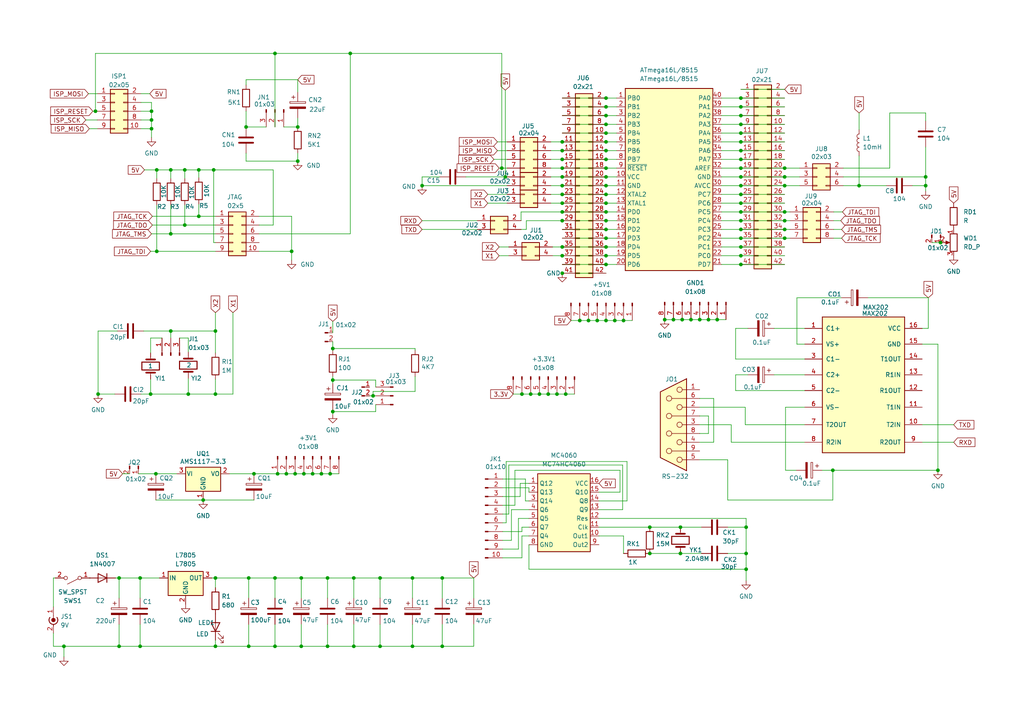
<source format=kicad_sch>
(kicad_sch (version 20211123) (generator eeschema)
  (paper "A4")
  (junction (at 180.848 92.964))
  (junction (at 227.584 61.468))
  (junction (at 175.768 36.068))
  (junction (at 214.884 48.768))
  (junction (at 83.058 137.414))
  (junction (at 214.884 43.688))
  (junction (at 49.53 67.818))
  (junction (at 175.768 64.008))
  (junction (at 94.996 167.64))
  (junction (at 43.942 34.798))
  (junction (at 175.768 58.928))
  (junction (at 227.584 66.548))
  (junction (at 214.884 38.608))
  (junction (at 214.884 76.708))
  (junction (at 79.756 15.494))
  (junction (at 84.582 72.898))
  (junction (at 175.768 48.768))
  (junction (at 45.466 49.276))
  (junction (at 88.138 137.414))
  (junction (at 163.068 41.148))
  (junction (at 34.544 187.452))
  (junction (at 197.866 92.71))
  (junction (at 175.768 53.848))
  (junction (at 45.466 72.898))
  (junction (at 214.884 30.988))
  (junction (at 163.068 48.768))
  (junction (at 175.768 46.228))
  (junction (at 175.768 76.708))
  (junction (at 96.52 101.092))
  (junction (at 163.068 51.308))
  (junction (at 34.544 167.64))
  (junction (at 163.068 56.388))
  (junction (at 163.068 43.688))
  (junction (at 163.068 64.008))
  (junction (at 151.384 114.3))
  (junction (at 87.376 167.64))
  (junction (at 164.084 114.3))
  (junction (at 57.658 62.738))
  (junction (at 195.326 92.71))
  (junction (at 40.64 167.64))
  (junction (at 175.768 71.628))
  (junction (at 71.374 36.83))
  (junction (at 122.428 53.848))
  (junction (at 53.594 49.276))
  (junction (at 188.468 160.528))
  (junction (at 175.768 69.088))
  (junction (at 61.976 49.276))
  (junction (at 102.616 167.64))
  (junction (at 62.484 96.012))
  (junction (at 214.884 56.388))
  (junction (at 214.884 51.308))
  (junction (at 96.52 110.236))
  (junction (at 268.478 51.308))
  (junction (at 175.768 33.528))
  (junction (at 153.924 114.3))
  (junction (at 156.464 114.3))
  (junction (at 163.068 58.928))
  (junction (at 62.484 114.3))
  (junction (at 85.598 137.414))
  (junction (at 272.034 136.398))
  (junction (at 268.478 53.848))
  (junction (at 58.928 145.034))
  (junction (at 175.768 28.448))
  (junction (at 175.768 38.608))
  (junction (at 214.884 69.088))
  (junction (at 216.408 165.1))
  (junction (at 79.756 167.64))
  (junction (at 40.64 187.452))
  (junction (at 18.542 187.452))
  (junction (at 175.768 41.148))
  (junction (at 175.768 43.688))
  (junction (at 62.484 187.452))
  (junction (at 45.212 137.414))
  (junction (at 49.53 96.012))
  (junction (at 227.584 53.848))
  (junction (at 249.174 53.848))
  (junction (at 175.768 30.988))
  (junction (at 175.768 56.388))
  (junction (at 53.594 65.278))
  (junction (at 272.796 70.358))
  (junction (at 27.686 32.258))
  (junction (at 214.884 71.628))
  (junction (at 159.004 114.3))
  (junction (at 62.484 167.64))
  (junction (at 197.358 152.908))
  (junction (at 175.768 74.168))
  (junction (at 175.768 61.468))
  (junction (at 79.756 187.452))
  (junction (at 101.6 15.494))
  (junction (at 43.942 32.258))
  (junction (at 216.408 152.908))
  (junction (at 227.584 51.308))
  (junction (at 214.884 33.528))
  (junction (at 49.53 49.276))
  (junction (at 86.36 36.83))
  (junction (at 227.584 64.008))
  (junction (at 205.486 92.71))
  (junction (at 110.236 167.64))
  (junction (at 119.634 167.64))
  (junction (at 80.518 137.414))
  (junction (at 227.584 69.088))
  (junction (at 94.996 187.452))
  (junction (at 128.27 187.452))
  (junction (at 214.884 61.468))
  (junction (at 214.884 66.548))
  (junction (at 87.376 187.452))
  (junction (at 241.554 136.398))
  (junction (at 72.136 187.452))
  (junction (at 163.068 46.228))
  (junction (at 214.884 46.228))
  (junction (at 163.068 79.248))
  (junction (at 128.27 167.64))
  (junction (at 197.358 160.528))
  (junction (at 214.884 36.068))
  (junction (at 178.308 92.964))
  (junction (at 72.136 167.64))
  (junction (at 214.884 64.008))
  (junction (at 163.068 53.848))
  (junction (at 93.218 137.414))
  (junction (at 170.688 92.964))
  (junction (at 188.468 152.908))
  (junction (at 146.558 51.308))
  (junction (at 90.678 137.414))
  (junction (at 57.658 49.276))
  (junction (at 216.408 160.528))
  (junction (at 110.236 187.452))
  (junction (at 102.616 187.452))
  (junction (at 175.768 51.308))
  (junction (at 86.36 46.736))
  (junction (at 73.66 137.414))
  (junction (at 175.768 66.548))
  (junction (at 163.068 71.628))
  (junction (at 161.544 114.3))
  (junction (at 214.884 53.848))
  (junction (at 168.148 92.964))
  (junction (at 214.884 58.928))
  (junction (at 163.068 74.168))
  (junction (at 175.768 92.964))
  (junction (at 43.688 114.3))
  (junction (at 119.634 187.452))
  (junction (at 200.406 92.71))
  (junction (at 208.026 92.71))
  (junction (at 214.884 41.148))
  (junction (at 214.884 28.448))
  (junction (at 214.884 74.168))
  (junction (at 43.942 37.338))
  (junction (at 202.946 92.71))
  (junction (at 163.068 61.468))
  (junction (at 95.758 137.414))
  (junction (at 192.786 92.71))
  (junction (at 108.204 114.808))
  (junction (at 54.61 114.3))
  (junction (at 28.448 114.3))
  (junction (at 96.52 119.38))
  (junction (at 173.228 92.964))
  (junction (at 145.542 48.768))
  (junction (at 227.584 48.768))
  (wire (pts (xy 214.884 64.008) (xy 227.584 64.008)))
  (wire (pts (xy 159.766 58.928) (xy 163.068 58.928)))
  (wire (pts (xy 267.462 123.19) (xy 276.606 123.19)))
  (wire (pts (xy 84.582 72.898) (xy 84.582 75.438)))
  (wire (pts (xy 202.946 128.27) (xy 207.01 128.27)))
  (wire (pts (xy 96.52 93.218) (xy 96.52 96.52)))
  (wire (pts (xy 173.228 92.964) (xy 175.768 92.964)))
  (wire (pts (xy 88.138 137.414) (xy 85.598 137.414)))
  (wire (pts (xy 209.296 64.008) (xy 214.884 64.008)))
  (wire (pts (xy 94.996 187.452) (xy 102.616 187.452)))
  (wire (pts (xy 108.966 119.38) (xy 96.52 119.38)))
  (wire (pts (xy 145.542 48.768) (xy 145.542 15.494)))
  (wire (pts (xy 90.678 137.414) (xy 88.138 137.414)))
  (wire (pts (xy 268.478 53.848) (xy 268.478 55.372)))
  (wire (pts (xy 160.274 74.168) (xy 163.068 74.168)))
  (wire (pts (xy 160.274 71.628) (xy 163.068 71.628)))
  (wire (pts (xy 209.296 69.088) (xy 214.884 69.088)))
  (wire (pts (xy 214.884 28.448) (xy 227.584 28.448)))
  (wire (pts (xy 213.36 95.25) (xy 216.916 95.25)))
  (wire (pts (xy 214.884 38.608) (xy 227.584 38.608)))
  (wire (pts (xy 202.946 118.11) (xy 216.154 118.11)))
  (wire (pts (xy 53.594 49.276) (xy 57.658 49.276)))
  (wire (pts (xy 45.212 145.034) (xy 58.928 145.034)))
  (wire (pts (xy 213.36 108.712) (xy 213.36 113.284)))
  (wire (pts (xy 43.688 98.044) (xy 46.99 98.044)))
  (wire (pts (xy 28.448 114.3) (xy 33.274 114.3)))
  (wire (pts (xy 214.884 56.388) (xy 227.584 56.388)))
  (wire (pts (xy 156.464 114.3) (xy 159.004 114.3)))
  (wire (pts (xy 209.296 43.688) (xy 214.884 43.688)))
  (wire (pts (xy 163.068 76.708) (xy 175.768 76.708)))
  (wire (pts (xy 147.574 149.098) (xy 147.574 134.874)))
  (wire (pts (xy 43.688 98.044) (xy 43.688 102.362)))
  (wire (pts (xy 214.884 46.228) (xy 227.584 46.228)))
  (wire (pts (xy 175.768 53.848) (xy 178.816 53.848)))
  (wire (pts (xy 40.894 32.258) (xy 43.942 32.258)))
  (wire (pts (xy 151.384 152.908) (xy 151.384 154.178)))
  (wire (pts (xy 163.068 61.468) (xy 175.768 61.468)))
  (wire (pts (xy 163.068 64.008) (xy 175.768 64.008)))
  (wire (pts (xy 163.068 28.448) (xy 175.768 28.448)))
  (wire (pts (xy 227.584 48.768) (xy 231.902 48.768)))
  (wire (pts (xy 227.584 53.848) (xy 231.902 53.848)))
  (wire (pts (xy 214.884 58.928) (xy 227.584 58.928)))
  (wire (pts (xy 62.484 114.3) (xy 62.484 109.982)))
  (wire (pts (xy 87.376 187.452) (xy 94.996 187.452)))
  (wire (pts (xy 79.756 15.494) (xy 101.6 15.494)))
  (wire (pts (xy 195.326 92.71) (xy 197.866 92.71)))
  (wire (pts (xy 216.408 160.528) (xy 216.408 165.1)))
  (wire (pts (xy 209.296 74.168) (xy 214.884 74.168)))
  (wire (pts (xy 175.768 92.964) (xy 178.308 92.964)))
  (wire (pts (xy 96.52 111.252) (xy 96.52 110.236)))
  (wire (pts (xy 179.832 142.748) (xy 173.736 142.748)))
  (wire (pts (xy 192.786 92.71) (xy 195.326 92.71)))
  (wire (pts (xy 34.544 167.64) (xy 34.544 173.482)))
  (wire (pts (xy 214.884 69.088) (xy 227.584 69.088)))
  (wire (pts (xy 43.942 32.258) (xy 43.942 34.798)))
  (wire (pts (xy 209.296 61.468) (xy 214.884 61.468)))
  (wire (pts (xy 175.768 33.528) (xy 178.816 33.528)))
  (wire (pts (xy 272.034 136.398) (xy 241.554 136.398)))
  (wire (pts (xy 72.136 187.452) (xy 79.756 187.452)))
  (wire (pts (xy 67.564 90.678) (xy 67.564 114.3)))
  (wire (pts (xy 33.528 167.64) (xy 34.544 167.64)))
  (wire (pts (xy 122.428 53.848) (xy 147.066 53.848)))
  (wire (pts (xy 75.184 67.818) (xy 101.6 67.818)))
  (wire (pts (xy 163.068 69.088) (xy 175.768 69.088)))
  (wire (pts (xy 41.91 49.276) (xy 45.466 49.276)))
  (wire (pts (xy 178.308 92.964) (xy 180.848 92.964)))
  (wire (pts (xy 49.53 49.276) (xy 45.466 49.276)))
  (wire (pts (xy 79.756 167.64) (xy 79.756 173.482)))
  (wire (pts (xy 122.428 51.308) (xy 122.428 53.848)))
  (wire (pts (xy 231.14 86.36) (xy 244.094 86.36)))
  (wire (pts (xy 41.656 96.012) (xy 49.53 96.012)))
  (wire (pts (xy 163.068 71.628) (xy 175.768 71.628)))
  (wire (pts (xy 108.204 114.808) (xy 108.966 114.808)))
  (wire (pts (xy 96.52 101.092) (xy 96.52 101.6)))
  (wire (pts (xy 34.544 167.64) (xy 40.64 167.64)))
  (wire (pts (xy 18.542 187.452) (xy 34.544 187.452)))
  (wire (pts (xy 110.236 181.102) (xy 110.236 187.452)))
  (wire (pts (xy 214.884 43.688) (xy 227.584 43.688)))
  (wire (pts (xy 159.766 48.768) (xy 163.068 48.768)))
  (wire (pts (xy 145.796 141.478) (xy 153.416 141.478)))
  (wire (pts (xy 209.296 56.388) (xy 214.884 56.388)))
  (wire (pts (xy 267.462 128.27) (xy 276.606 128.27)))
  (wire (pts (xy 128.27 187.452) (xy 137.414 187.452)))
  (wire (pts (xy 163.068 41.148) (xy 175.768 41.148)))
  (wire (pts (xy 214.884 48.768) (xy 227.584 48.768)))
  (wire (pts (xy 72.136 181.102) (xy 72.136 187.452)))
  (wire (pts (xy 96.52 101.092) (xy 120.396 101.092)))
  (wire (pts (xy 147.574 71.628) (xy 144.78 71.628)))
  (wire (pts (xy 216.154 118.11) (xy 216.154 123.19)))
  (wire (pts (xy 75.184 72.898) (xy 84.582 72.898)))
  (wire (pts (xy 152.654 66.548) (xy 151.13 66.548)))
  (wire (pts (xy 62.484 167.64) (xy 72.136 167.64)))
  (wire (pts (xy 108.966 117.348) (xy 108.966 119.38)))
  (wire (pts (xy 145.542 48.768) (xy 147.066 48.768)))
  (wire (pts (xy 175.768 71.628) (xy 178.816 71.628)))
  (wire (pts (xy 214.884 25.908) (xy 227.584 25.908)))
  (wire (pts (xy 43.942 37.338) (xy 43.942 39.878)))
  (wire (pts (xy 153.416 165.1) (xy 216.408 165.1)))
  (wire (pts (xy 45.466 59.436) (xy 45.466 72.898)))
  (wire (pts (xy 233.426 104.14) (xy 213.36 104.14)))
  (wire (pts (xy 272.034 99.822) (xy 272.034 136.398)))
  (wire (pts (xy 164.084 114.3) (xy 166.624 114.3)))
  (wire (pts (xy 148.844 114.3) (xy 151.384 114.3)))
  (wire (pts (xy 128.27 167.64) (xy 128.27 173.482)))
  (wire (pts (xy 79.756 15.494) (xy 79.756 36.83)))
  (wire (pts (xy 94.996 167.64) (xy 102.616 167.64)))
  (wire (pts (xy 211.074 152.908) (xy 216.408 152.908)))
  (wire (pts (xy 87.376 167.64) (xy 87.376 173.482)))
  (wire (pts (xy 268.478 42.672) (xy 268.478 51.308)))
  (wire (pts (xy 163.068 79.248) (xy 175.768 79.248)))
  (wire (pts (xy 209.296 41.148) (xy 214.884 41.148)))
  (wire (pts (xy 197.866 92.71) (xy 200.406 92.71)))
  (wire (pts (xy 71.374 46.736) (xy 86.36 46.736)))
  (wire (pts (xy 264.668 53.848) (xy 268.478 53.848)))
  (wire (pts (xy 209.296 38.608) (xy 214.884 38.608)))
  (wire (pts (xy 62.484 187.452) (xy 62.484 185.674)))
  (wire (pts (xy 152.654 64.008) (xy 163.068 64.008)))
  (wire (pts (xy 249.174 53.848) (xy 257.048 53.848)))
  (wire (pts (xy 209.296 71.628) (xy 214.884 71.628)))
  (wire (pts (xy 146.812 151.638) (xy 146.812 133.858)))
  (wire (pts (xy 175.768 56.388) (xy 178.816 56.388)))
  (wire (pts (xy 141.478 58.928) (xy 147.066 58.928)))
  (wire (pts (xy 101.6 67.818) (xy 101.6 15.494)))
  (wire (pts (xy 86.36 23.114) (xy 86.36 26.67)))
  (wire (pts (xy 163.068 43.688) (xy 175.768 43.688)))
  (wire (pts (xy 35.56 137.414) (xy 37.592 137.414)))
  (wire (pts (xy 144.272 41.148) (xy 147.066 41.148)))
  (wire (pts (xy 175.768 64.008) (xy 178.816 64.008)))
  (wire (pts (xy 66.548 137.414) (xy 73.66 137.414)))
  (wire (pts (xy 197.358 160.528) (xy 203.454 160.528)))
  (wire (pts (xy 145.796 146.558) (xy 149.352 146.558)))
  (wire (pts (xy 94.996 167.64) (xy 94.996 173.482)))
  (wire (pts (xy 163.068 36.068) (xy 175.768 36.068)))
  (wire (pts (xy 108.966 110.236) (xy 96.52 110.236)))
  (wire (pts (xy 147.574 134.874) (xy 180.594 134.874)))
  (wire (pts (xy 40.132 137.414) (xy 45.212 137.414)))
  (wire (pts (xy 79.756 187.452) (xy 87.376 187.452)))
  (wire (pts (xy 34.544 181.102) (xy 34.544 187.452)))
  (wire (pts (xy 122.428 66.548) (xy 138.43 66.548)))
  (wire (pts (xy 40.894 29.718) (xy 43.942 29.718)))
  (wire (pts (xy 149.352 136.398) (xy 179.832 136.398)))
  (wire (pts (xy 145.796 156.718) (xy 148.336 156.718)))
  (wire (pts (xy 258.064 48.768) (xy 258.064 32.766)))
  (wire (pts (xy 119.634 167.64) (xy 119.634 173.482)))
  (wire (pts (xy 45.466 72.898) (xy 62.484 72.898)))
  (wire (pts (xy 25.654 27.178) (xy 28.194 27.178)))
  (wire (pts (xy 175.768 36.068) (xy 178.816 36.068)))
  (wire (pts (xy 241.554 145.034) (xy 211.074 145.034)))
  (wire (pts (xy 216.408 150.368) (xy 216.408 152.908)))
  (wire (pts (xy 205.486 92.71) (xy 208.026 92.71)))
  (wire (pts (xy 173.736 147.828) (xy 180.594 147.828)))
  (wire (pts (xy 71.374 44.45) (xy 71.374 46.736)))
  (wire (pts (xy 57.658 49.276) (xy 61.976 49.276)))
  (wire (pts (xy 71.374 23.114) (xy 86.36 23.114)))
  (wire (pts (xy 175.768 41.148) (xy 178.816 41.148)))
  (wire (pts (xy 153.416 157.988) (xy 153.416 165.1)))
  (wire (pts (xy 209.296 28.448) (xy 214.884 28.448)))
  (wire (pts (xy 151.384 155.448) (xy 151.384 161.798)))
  (wire (pts (xy 40.894 114.3) (xy 43.688 114.3)))
  (wire (pts (xy 45.466 51.816) (xy 45.466 49.276)))
  (wire (pts (xy 163.068 33.528) (xy 175.768 33.528)))
  (wire (pts (xy 197.358 152.908) (xy 203.454 152.908)))
  (wire (pts (xy 110.236 167.64) (xy 110.236 173.482)))
  (wire (pts (xy 188.468 160.528) (xy 197.358 160.528)))
  (wire (pts (xy 213.36 104.14) (xy 213.36 95.25)))
  (wire (pts (xy 40.894 34.798) (xy 43.942 34.798)))
  (wire (pts (xy 216.154 123.19) (xy 233.426 123.19)))
  (wire (pts (xy 173.736 145.288) (xy 181.864 145.288)))
  (wire (pts (xy 108.204 113.538) (xy 108.204 114.808)))
  (wire (pts (xy 267.462 99.822) (xy 272.034 99.822)))
  (wire (pts (xy 145.796 149.098) (xy 147.574 149.098)))
  (wire (pts (xy 119.634 167.64) (xy 128.27 167.64)))
  (wire (pts (xy 267.462 95.25) (xy 269.24 95.25)))
  (wire (pts (xy 79.756 181.102) (xy 79.756 187.452)))
  (wire (pts (xy 211.074 145.034) (xy 211.074 133.35)))
  (wire (pts (xy 120.396 113.538) (xy 108.204 113.538)))
  (wire (pts (xy 214.884 53.848) (xy 227.584 53.848)))
  (wire (pts (xy 227.838 136.398) (xy 230.886 136.398)))
  (wire (pts (xy 27.686 32.258) (xy 28.194 32.258)))
  (wire (pts (xy 85.598 137.414) (xy 83.058 137.414)))
  (wire (pts (xy 175.768 43.688) (xy 178.816 43.688)))
  (wire (pts (xy 135.128 51.308) (xy 146.558 51.308)))
  (wire (pts (xy 153.416 147.828) (xy 148.336 147.828)))
  (wire (pts (xy 175.768 58.928) (xy 178.816 58.928)))
  (wire (pts (xy 96.52 110.236) (xy 96.52 109.22)))
  (wire (pts (xy 165.608 92.964) (xy 168.148 92.964)))
  (wire (pts (xy 227.584 61.468) (xy 229.108 61.468)))
  (wire (pts (xy 208.026 92.71) (xy 210.566 92.71)))
  (wire (pts (xy 175.768 38.608) (xy 178.816 38.608)))
  (wire (pts (xy 181.864 133.858) (xy 181.864 145.288)))
  (wire (pts (xy 40.64 181.102) (xy 40.64 187.452)))
  (wire (pts (xy 163.068 30.988) (xy 175.768 30.988)))
  (wire (pts (xy 175.768 69.088) (xy 178.816 69.088)))
  (wire (pts (xy 209.296 36.068) (xy 214.884 36.068)))
  (wire (pts (xy 153.416 152.908) (xy 151.384 152.908)))
  (wire (pts (xy 120.396 101.092) (xy 120.396 101.6)))
  (wire (pts (xy 18.542 190.5) (xy 18.542 187.452)))
  (wire (pts (xy 87.376 181.102) (xy 87.376 187.452)))
  (wire (pts (xy 209.296 53.848) (xy 214.884 53.848)))
  (wire (pts (xy 62.484 114.3) (xy 54.61 114.3)))
  (wire (pts (xy 44.196 65.278) (xy 53.594 65.278)))
  (wire (pts (xy 227.838 118.11) (xy 227.838 136.398)))
  (wire (pts (xy 175.768 48.768) (xy 178.816 48.768)))
  (wire (pts (xy 72.136 167.64) (xy 72.136 173.482)))
  (wire (pts (xy 40.64 187.452) (xy 62.484 187.452)))
  (wire (pts (xy 26.162 167.64) (xy 25.908 167.64)))
  (wire (pts (xy 79.756 167.64) (xy 87.376 167.64)))
  (wire (pts (xy 71.374 36.83) (xy 77.216 36.83)))
  (wire (pts (xy 227.584 51.308) (xy 231.902 51.308)))
  (wire (pts (xy 15.494 187.452) (xy 18.542 187.452)))
  (wire (pts (xy 26.924 32.258) (xy 27.686 32.258)))
  (wire (pts (xy 57.658 51.562) (xy 57.658 49.276)))
  (wire (pts (xy 209.296 48.768) (xy 214.884 48.768)))
  (wire (pts (xy 180.848 92.964) (xy 183.388 92.964)))
  (wire (pts (xy 43.942 34.798) (xy 43.942 37.338)))
  (wire (pts (xy 212.09 123.19) (xy 202.946 123.19)))
  (wire (pts (xy 153.416 155.448) (xy 151.384 155.448)))
  (wire (pts (xy 102.616 187.452) (xy 110.236 187.452)))
  (wire (pts (xy 212.09 128.27) (xy 212.09 123.19)))
  (wire (pts (xy 53.594 59.436) (xy 53.594 65.278)))
  (wire (pts (xy 96.52 118.872) (xy 96.52 119.38)))
  (wire (pts (xy 180.848 155.448) (xy 180.848 160.528)))
  (wire (pts (xy 202.946 120.65) (xy 205.486 120.65)))
  (wire (pts (xy 62.484 96.012) (xy 62.484 102.362)))
  (wire (pts (xy 119.634 187.452) (xy 128.27 187.452)))
  (wire (pts (xy 43.942 29.718) (xy 43.942 32.258)))
  (wire (pts (xy 241.808 66.548) (xy 244.094 66.548)))
  (wire (pts (xy 108.966 112.268) (xy 108.966 110.236)))
  (wire (pts (xy 200.406 92.71) (xy 202.946 92.71)))
  (wire (pts (xy 163.068 58.928) (xy 175.768 58.928)))
  (wire (pts (xy 159.004 114.3) (xy 161.544 114.3)))
  (wire (pts (xy 151.384 154.178) (xy 145.796 154.178)))
  (wire (pts (xy 233.426 118.11) (xy 227.838 118.11)))
  (wire (pts (xy 62.484 187.452) (xy 72.136 187.452)))
  (wire (pts (xy 168.148 92.964) (xy 170.688 92.964)))
  (wire (pts (xy 95.758 137.414) (xy 93.218 137.414)))
  (wire (pts (xy 268.478 32.766) (xy 268.478 35.052)))
  (wire (pts (xy 146.812 133.858) (xy 181.864 133.858)))
  (wire (pts (xy 40.894 27.178) (xy 43.434 27.178)))
  (wire (pts (xy 270.256 70.358) (xy 272.796 70.358)))
  (wire (pts (xy 61.976 70.358) (xy 61.976 49.276)))
  (wire (pts (xy 179.832 136.398) (xy 179.832 142.748)))
  (wire (pts (xy 153.416 150.368) (xy 150.368 150.368)))
  (wire (pts (xy 52.07 98.044) (xy 54.61 98.044)))
  (wire (pts (xy 25.908 37.338) (xy 28.194 37.338)))
  (wire (pts (xy 43.688 114.3) (xy 54.61 114.3)))
  (wire (pts (xy 249.174 45.212) (xy 249.174 53.848)))
  (wire (pts (xy 173.736 155.448) (xy 180.848 155.448)))
  (wire (pts (xy 163.068 38.608) (xy 175.768 38.608)))
  (wire (pts (xy 83.058 137.414) (xy 80.518 137.414)))
  (wire (pts (xy 202.946 125.73) (xy 205.486 125.73)))
  (wire (pts (xy 49.53 59.436) (xy 49.53 67.818)))
  (wire (pts (xy 258.064 32.766) (xy 268.478 32.766)))
  (wire (pts (xy 205.486 120.65) (xy 205.486 125.73)))
  (wire (pts (xy 67.564 114.3) (xy 62.484 114.3)))
  (wire (pts (xy 209.296 76.708) (xy 214.884 76.708)))
  (wire (pts (xy 159.766 53.848) (xy 163.068 53.848)))
  (wire (pts (xy 153.416 145.288) (xy 152.4 145.288)))
  (wire (pts (xy 15.494 183.642) (xy 15.494 187.452)))
  (wire (pts (xy 144.272 43.688) (xy 147.066 43.688)))
  (wire (pts (xy 244.602 51.308) (xy 268.478 51.308)))
  (wire (pts (xy 128.27 167.64) (xy 137.414 167.64)))
  (wire (pts (xy 227.584 69.088) (xy 229.108 69.088)))
  (wire (pts (xy 175.768 74.168) (xy 178.816 74.168)))
  (wire (pts (xy 244.602 53.848) (xy 249.174 53.848)))
  (wire (pts (xy 153.416 141.478) (xy 153.416 142.748)))
  (wire (pts (xy 151.384 114.3) (xy 153.924 114.3)))
  (wire (pts (xy 209.296 51.308) (xy 214.884 51.308)))
  (wire (pts (xy 149.352 146.558) (xy 149.352 136.398)))
  (wire (pts (xy 163.068 46.228) (xy 175.768 46.228)))
  (wire (pts (xy 27.686 15.494) (xy 79.756 15.494)))
  (wire (pts (xy 44.196 62.738) (xy 57.658 62.738)))
  (wire (pts (xy 233.426 128.27) (xy 212.09 128.27)))
  (wire (pts (xy 209.296 33.528) (xy 214.884 33.528)))
  (wire (pts (xy 40.894 37.338) (xy 43.942 37.338)))
  (wire (pts (xy 180.594 134.874) (xy 180.594 147.828)))
  (wire (pts (xy 62.484 167.64) (xy 62.484 170.434)))
  (wire (pts (xy 54.61 98.044) (xy 54.61 102.108)))
  (wire (pts (xy 175.768 51.308) (xy 178.816 51.308)))
  (wire (pts (xy 82.296 36.83) (xy 86.36 36.83)))
  (wire (pts (xy 43.688 109.982) (xy 43.688 114.3)))
  (wire (pts (xy 43.688 72.898) (xy 45.466 72.898)))
  (wire (pts (xy 150.368 150.368) (xy 150.368 159.258)))
  (wire (pts (xy 49.53 96.012) (xy 62.484 96.012)))
  (wire (pts (xy 86.36 46.736) (xy 86.36 44.45)))
  (wire (pts (xy 45.212 137.414) (xy 51.308 137.414)))
  (wire (pts (xy 216.408 165.1) (xy 216.408 168.402)))
  (wire (pts (xy 151.384 161.798) (xy 145.796 161.798)))
  (wire (pts (xy 216.916 108.712) (xy 213.36 108.712)))
  (wire (pts (xy 94.996 181.102) (xy 94.996 187.452)))
  (wire (pts (xy 57.658 62.738) (xy 62.484 62.738)))
  (wire (pts (xy 143.256 46.228) (xy 147.066 46.228)))
  (wire (pts (xy 249.174 32.766) (xy 249.174 37.592)))
  (wire (pts (xy 159.766 56.388) (xy 163.068 56.388)))
  (wire (pts (xy 175.768 30.988) (xy 178.816 30.988)))
  (wire (pts (xy 209.296 46.228) (xy 214.884 46.228)))
  (wire (pts (xy 87.376 167.64) (xy 94.996 167.64)))
  (wire (pts (xy 175.768 66.548) (xy 178.816 66.548)))
  (wire (pts (xy 96.52 99.06) (xy 96.52 101.092)))
  (wire (pts (xy 227.584 64.008) (xy 229.108 64.008)))
  (wire (pts (xy 75.184 65.278) (xy 79.248 65.278)))
  (wire (pts (xy 151.13 61.468) (xy 163.068 61.468)))
  (wire (pts (xy 224.536 108.712) (xy 233.426 108.712)))
  (wire (pts (xy 224.536 95.25) (xy 233.426 95.25)))
  (wire (pts (xy 84.582 62.738) (xy 84.582 72.898)))
  (wire (pts (xy 163.068 51.308) (xy 175.768 51.308)))
  (wire (pts (xy 216.408 152.908) (xy 216.408 160.528)))
  (wire (pts (xy 163.068 66.548) (xy 175.768 66.548)))
  (wire (pts (xy 251.714 86.36) (xy 269.24 86.36)))
  (wire (pts (xy 62.484 70.358) (xy 61.976 70.358)))
  (wire (pts (xy 241.808 61.468) (xy 244.348 61.468)))
  (wire (pts (xy 173.736 150.368) (xy 216.408 150.368)))
  (wire (pts (xy 175.768 46.228) (xy 178.816 46.228)))
  (wire (pts (xy 119.634 181.102) (xy 119.634 187.452)))
  (wire (pts (xy 72.136 167.64) (xy 79.756 167.64)))
  (wire (pts (xy 71.374 32.258) (xy 71.374 36.83)))
  (wire (pts (xy 75.184 62.738) (xy 84.582 62.738)))
  (wire (pts (xy 34.544 187.452) (xy 40.64 187.452)))
  (wire (pts (xy 145.796 151.638) (xy 146.812 151.638)))
  (wire (pts (xy 73.66 137.414) (xy 80.518 137.414)))
  (wire (pts (xy 147.574 74.168) (xy 144.78 74.168)))
  (wire (pts (xy 213.36 113.284) (xy 233.426 113.284)))
  (wire (pts (xy 175.768 61.468) (xy 178.816 61.468)))
  (wire (pts (xy 214.884 66.548) (xy 227.584 66.548)))
  (wire (pts (xy 101.6 15.494) (xy 145.542 15.494)))
  (wire (pts (xy 49.53 67.818) (xy 62.484 67.818)))
  (wire (pts (xy 214.884 33.528) (xy 227.584 33.528)))
  (wire (pts (xy 244.602 48.768) (xy 258.064 48.768)))
  (wire (pts (xy 49.53 51.816) (xy 49.53 49.276)))
  (wire (pts (xy 137.414 181.102) (xy 137.414 187.452)))
  (wire (pts (xy 214.884 36.068) (xy 227.584 36.068)))
  (wire (pts (xy 202.946 115.57) (xy 207.01 115.57)))
  (wire (pts (xy 54.61 109.728) (xy 54.61 114.3)))
  (wire (pts (xy 148.336 147.828) (xy 148.336 156.718)))
  (wire (pts (xy 24.892 34.798) (xy 28.194 34.798)))
  (wire (pts (xy 110.236 167.64) (xy 119.634 167.64)))
  (wire (pts (xy 214.884 61.468) (xy 227.584 61.468)))
  (wire (pts (xy 28.448 96.012) (xy 28.448 114.3)))
  (wire (pts (xy 102.616 167.64) (xy 110.236 167.64)))
  (wire (pts (xy 141.478 56.388) (xy 147.066 56.388)))
  (wire (pts (xy 102.616 181.102) (xy 102.616 187.452)))
  (wire (pts (xy 15.494 176.022) (xy 15.494 167.64)))
  (wire (pts (xy 43.942 67.818) (xy 49.53 67.818)))
  (wire (pts (xy 227.584 66.548) (xy 229.108 66.548)))
  (wire (pts (xy 209.296 30.988) (xy 214.884 30.988)))
  (wire (pts (xy 53.594 65.278) (xy 62.484 65.278)))
  (wire (pts (xy 153.924 114.3) (xy 156.464 114.3)))
  (wire (pts (xy 137.414 167.64) (xy 137.414 173.482)))
  (wire (pts (xy 175.768 28.448) (xy 178.816 28.448)))
  (wire (pts (xy 122.428 64.008) (xy 138.43 64.008)))
  (wire (pts (xy 34.036 96.012) (xy 28.448 96.012)))
  (wire (pts (xy 122.428 51.308) (xy 127.508 51.308)))
  (wire (pts (xy 207.01 115.57) (xy 207.01 128.27)))
  (wire (pts (xy 152.4 145.288) (xy 152.4 138.938)))
  (wire (pts (xy 96.52 119.38) (xy 96.52 120.142)))
  (wire (pts (xy 202.946 133.35) (xy 211.074 133.35)))
  (wire (pts (xy 79.248 65.278) (xy 79.248 49.276)))
  (wire (pts (xy 40.64 167.64) (xy 46.228 167.64)))
  (wire (pts (xy 268.478 51.308) (xy 268.478 53.848)))
  (wire (pts (xy 71.374 24.638) (xy 71.374 23.114)))
  (wire (pts (xy 214.884 76.708) (xy 227.584 76.708)))
  (wire (pts (xy 231.14 99.822) (xy 231.14 86.36)))
  (wire (pts (xy 209.296 58.928) (xy 214.884 58.928)))
  (wire (pts (xy 150.368 159.258) (xy 145.796 159.258)))
  (wire (pts (xy 211.074 160.528) (xy 216.408 160.528)))
  (wire (pts (xy 15.494 167.64) (xy 16.002 167.64)))
  (wire (pts (xy 163.068 48.768) (xy 175.768 48.768)))
  (wire (pts (xy 57.658 59.182) (xy 57.658 62.738)))
  (wire (pts (xy 62.484 90.678) (xy 62.484 96.012)))
  (wire (pts (xy 102.616 167.64) (xy 102.616 173.482)))
  (wire (pts (xy 159.766 41.148) (xy 163.068 41.148)))
  (wire (pts (xy 163.068 53.848) (xy 175.768 53.848)))
  (wire (pts (xy 151.13 61.468) (xy 151.13 64.008)))
  (wire (pts (xy 269.24 86.36) (xy 269.24 95.25)))
  (wire (pts (xy 241.808 69.088) (xy 244.094 69.088)))
  (wire (pts (xy 150.876 144.018) (xy 145.796 144.018)))
  (wire (pts (xy 110.236 187.452) (xy 119.634 187.452)))
  (wire (pts (xy 150.876 140.208) (xy 150.876 144.018)))
  (wire (pts (xy 214.884 71.628) (xy 227.584 71.628)))
  (wire (pts (xy 170.688 92.964) (xy 173.228 92.964)))
  (wire (pts (xy 214.884 74.168) (xy 227.584 74.168)))
  (wire (pts (xy 93.218 137.414) (xy 90.678 137.414)))
  (wire (pts (xy 153.416 140.208) (xy 150.876 140.208)))
  (wire (pts (xy 188.468 152.908) (xy 197.358 152.908)))
  (wire (pts (xy 86.36 34.29) (xy 86.36 36.83)))
  (wire (pts (xy 79.248 49.276) (xy 61.976 49.276)))
  (wire (pts (xy 145.796 138.938) (xy 152.4 138.938)))
  (wire (pts (xy 163.068 56.388) (xy 175.768 56.388)))
  (wire (pts (xy 53.594 51.816) (xy 53.594 49.276)))
  (wire (pts (xy 128.27 181.102) (xy 128.27 187.452)))
  (wire (pts (xy 161.544 114.3) (xy 164.084 114.3)))
  (wire (pts (xy 214.884 41.148) (xy 227.584 41.148)))
  (wire (pts (xy 144.78 48.768) (xy 145.542 48.768)))
  (wire (pts (xy 175.768 76.708) (xy 178.816 76.708)))
  (wire (pts (xy 209.296 66.548) (xy 214.884 66.548)))
  (wire (pts (xy 146.558 51.308) (xy 147.066 51.308)))
  (wire (pts (xy 98.298 137.414) (xy 95.758 137.414)))
  (wire (pts (xy 214.884 30.988) (xy 227.584 30.988)))
  (wire (pts (xy 27.686 15.494) (xy 27.686 32.258)))
  (wire (pts (xy 146.558 51.308) (xy 146.558 26.162)))
  (wire (pts (xy 241.554 136.398) (xy 238.506 136.398)))
  (wire (pts (xy 152.654 64.008) (xy 152.654 66.548)))
  (wire (pts (xy 159.766 46.228) (xy 163.068 46.228)))
  (wire (pts (xy 214.884 51.308) (xy 227.584 51.308)))
  (wire (pts (xy 163.068 74.168) (xy 175.768 74.168)))
  (wire (pts (xy 107.188 114.808) (xy 108.204 114.808)))
  (wire (pts (xy 173.736 152.908) (xy 188.468 152.908)))
  (wire (pts (xy 233.426 99.822) (xy 231.14 99.822)))
  (wire (pts (xy 49.53 96.012) (xy 49.53 98.044)))
  (wire (pts (xy 40.64 167.64) (xy 40.64 173.482)))
  (wire (pts (xy 58.928 145.034) (xy 73.66 145.034)))
  (wire (pts (xy 202.946 92.71) (xy 205.486 92.71)))
  (wire (pts (xy 241.554 136.398) (xy 241.554 145.034)))
  (wire (pts (xy 159.766 43.688) (xy 163.068 43.688)))
  (wire (pts (xy 53.594 49.276) (xy 49.53 49.276)))
  (wire (pts (xy 241.808 64.008) (xy 243.84 64.008)))
  (wire (pts (xy 61.468 167.64) (xy 62.484 167.64)))
  (wire (pts (xy 120.396 109.22) (xy 120.396 113.538)))
  (wire (pts (xy 159.766 51.308) (xy 163.068 51.308)))
  (global_label "5V" (shape input) (at 269.24 86.36 90) (property "Intersheet References" "${INTERSHEET_REFS}" (effects hide)))
  (global_label "RXD" (shape input) (at 276.606 128.27 0) (property "Intersheet References" "${INTERSHEET_REFS}" (effects hide)))
  (global_label "X2" (shape input) (at 62.484 90.678 90) (property "Intersheet References" "${INTERSHEET_REFS}" (effects hide)))
  (global_label "ISP_RESET" (shape input) (at 26.924 32.258 180) (property "Intersheet References" "${INTERSHEET_REFS}" (effects hide)))
  (global_label "X1" (shape input) (at 67.564 90.678 90) (property "Intersheet References" "${INTERSHEET_REFS}" (effects hide)))
  (global_label "ISP_MOSI" (shape input) (at 25.654 27.178 180) (property "Intersheet References" "${INTERSHEET_REFS}" (effects hide)))
  (global_label "ISP_MISO" (shape input) (at 25.908 37.338 180) (property "Intersheet References" "${INTERSHEET_REFS}" (effects hide)))
  (global_label "JTAG_TDI" (shape input) (at 244.348 61.468 0) (property "Intersheet References" "${INTERSHEET_REFS}" (effects hide)))
  (global_label "5V" (shape input) (at 86.36 23.114 0) (property "Intersheet References" "${INTERSHEET_REFS}" (effects hide)))
  (global_label "5V" (shape input) (at 137.414 167.64 90) (property "Intersheet References" "${INTERSHEET_REFS}" (effects hide)))
  (global_label "JTAG_TMS" (shape input) (at 244.094 66.548 0) (property "Intersheet References" "${INTERSHEET_REFS}" (effects hide)))
  (global_label "JTAG_TDO" (shape input) (at 44.196 65.278 180) (property "Intersheet References" "${INTERSHEET_REFS}" (effects hide)))
  (global_label "5V" (shape input) (at 146.558 26.162 90) (property "Intersheet References" "${INTERSHEET_REFS}" (effects hide)))
  (global_label "JTAG_TMS" (shape input) (at 43.942 67.818 180) (property "Intersheet References" "${INTERSHEET_REFS}" (effects hide)))
  (global_label "X1" (shape input) (at 144.78 74.168 180) (property "Intersheet References" "${INTERSHEET_REFS}" (effects hide)))
  (global_label "X2" (shape input) (at 141.478 56.388 180) (property "Intersheet References" "${INTERSHEET_REFS}" (effects hide)))
  (global_label "5V" (shape input) (at 43.434 27.178 0) (property "Intersheet References" "${INTERSHEET_REFS}" (effects hide)))
  (global_label "ISP_MOSI" (shape input) (at 144.272 41.148 180) (property "Intersheet References" "${INTERSHEET_REFS}" (effects hide)))
  (global_label "5V" (shape input) (at 249.174 32.766 90) (property "Intersheet References" "${INTERSHEET_REFS}" (effects hide)))
  (global_label "TXD" (shape input) (at 276.606 123.19 0) (property "Intersheet References" "${INTERSHEET_REFS}" (effects hide)))
  (global_label "ISP_SCK" (shape input) (at 24.892 34.798 180) (property "Intersheet References" "${INTERSHEET_REFS}" (effects hide)))
  (global_label "JTAG_TCK" (shape input) (at 244.094 69.088 0) (property "Intersheet References" "${INTERSHEET_REFS}" (effects hide)))
  (global_label "5V" (shape input) (at 41.91 49.276 180) (property "Intersheet References" "${INTERSHEET_REFS}" (effects hide)))
  (global_label "JTAG_TDO" (shape input) (at 243.84 64.008 0) (property "Intersheet References" "${INTERSHEET_REFS}" (effects hide)))
  (global_label "JTAG_TCK" (shape input) (at 44.196 62.738 180) (property "Intersheet References" "${INTERSHEET_REFS}" (effects hide)))
  (global_label "X2" (shape input) (at 144.78 71.628 180) (property "Intersheet References" "${INTERSHEET_REFS}" (effects hide)))
  (global_label "5V" (shape input) (at 35.56 137.414 180) (property "Intersheet References" "${INTERSHEET_REFS}" (effects hide)))
  (global_label "3.3V" (shape input) (at 148.844 114.3 180) (property "Intersheet References" "${INTERSHEET_REFS}" (effects hide)))
  (global_label "ISP_SCK" (shape input) (at 143.256 46.228 180) (property "Intersheet References" "${INTERSHEET_REFS}" (effects hide)))
  (global_label "5V" (shape input) (at 165.608 92.964 180) (property "Intersheet References" "${INTERSHEET_REFS}" (effects hide)))
  (global_label "TXD" (shape input) (at 122.428 66.548 180) (property "Intersheet References" "${INTERSHEET_REFS}" (effects hide)))
  (global_label "ISP_MISO" (shape input) (at 144.272 43.688 180) (property "Intersheet References" "${INTERSHEET_REFS}" (effects hide)))
  (global_label "X1" (shape input) (at 141.478 58.928 180) (property "Intersheet References" "${INTERSHEET_REFS}" (effects hide)))
  (global_label "RXD" (shape input) (at 122.428 64.008 180) (property "Intersheet References" "${INTERSHEET_REFS}" (effects hide)))
  (global_label "5V" (shape input) (at 276.606 58.928 90) (property "Intersheet References" "${INTERSHEET_REFS}" (effects hide)))
  (global_label "5V" (shape input) (at 173.736 140.208 0) (property "Intersheet References" "${INTERSHEET_REFS}" (effects hide)))
  (global_label "ISP_RESET" (shape input) (at 144.78 48.768 180) (property "Intersheet References" "${INTERSHEET_REFS}" (effects hide)))
  (global_label "JTAG_TDI" (shape input) (at 43.688 72.898 180) (property "Intersheet References" "${INTERSHEET_REFS}" (effects hide)))
  (global_label "5V" (shape input) (at 96.52 93.218 90) (property "Intersheet References" "${INTERSHEET_REFS}" (effects hide)))
  (global_label "5V" (shape input) (at 227.584 25.908 0) (property "Intersheet References" "${INTERSHEET_REFS}" (effects hide)))
  (symbol (lib_id "mylib:GND") (at 28.448 114.3 0) (unit 1)
    (property "Reference" "#PWR03" (effects hide))
    (property "Value" "GND" (at 28.448 118.872 0))
  )
  (symbol (lib_id "mylib:Conn_02x21_Odd_Even") (at 219.964 51.308 0) (unit 1)
    (property "Reference" "JU7" (at 220.98 20.574 0))
    (property "Value" "02x21" (at 220.98 23.114 0))
    (property "Footprint" "MyPcbLibrary:PinHeader_2x21_P2.54mm_Vertical" (effects hide))
  )
  (symbol (lib_id "mylib:Conn_02x04_Odd_Even") (at 152.146 43.688 0) (unit 1)
    (property "Reference" "JU5" (at 153.162 36.576 0))
    (property "Value" "02x04" (at 153.416 38.608 0))
    (property "Footprint" "MyPcbLibrary:PinHeader_2x04_P2.54mm_Vertical" (effects hide))
  )
  (symbol (lib_id "mylib:Conn_02x02_Odd_Even") (at 143.51 64.008 0) (unit 1)
    (property "Reference" "JU2" (at 136.906 65.278 0))
    (property "Value" "02x02" (at 136.906 67.564 0))
    (property "Footprint" "MyPcbLibrary:PinHeader_2x02_P2.54mm_Vertical" (effects hide))
  )
  (symbol (lib_id "mylib:C") (at 128.27 177.292 0) (mirror y) (unit 1)
    (property "Reference" "C12" (at 129.032 174.498 0) (effects (justify right)))
    (property "Value" "104" (at 129.032 180.086 0) (effects (justify right)))
    (property "Footprint" "MyPcbLibrary:C_0805_2012Metric" (effects hide))
  )
  (symbol (lib_id "mylib:GND") (at 96.52 120.142 0) (unit 1)
    (property "Reference" "#PWR0111" (effects hide))
    (property "Value" "GND" (at 96.52 124.714 0))
  )
  (symbol (lib_id "mylib:Conn_02x05_Odd_Even") (at 67.564 67.818 0) (unit 1)
    (property "Reference" "02x5" (at 68.326 59.69 0))
    (property "Value" "JTAG" (at 68.072 57.15 0))
    (property "Footprint" "MyPcbLibrary:IDC-Socket_2x05_P2.54mm" (effects hide))
  )
  (symbol (lib_id "mylib:L7805") (at 53.848 167.64 0) (unit 1)
    (property "Reference" "L7805" (at 53.848 161.036 0))
    (property "Value" "L7805" (at 53.848 163.576 0))
    (property "Footprint" "MyPcbLibrary:TO-220-3_Vertical" (effects hide))
    (property "Datasheet" "http://www.st.com/content/ccc/resource/technical/document/datasheet/41/4f/b3/b0/12/d4/47/88/CD00000444.pdf/files/CD00000444.pdf/jcr:content/translations/en.CD00000444.pdf" (effects hide))
  )
  (symbol (lib_id "mylib:R") (at 184.658 160.528 90) (unit 1)
    (property "Reference" "RK1" (at 185.674 157.734 90) (effects (justify left)))
    (property "Value" "1K" (at 184.912 163.068 90) (effects (justify left)))
    (property "Footprint" "MyPcbLibrary:R_0805_2012Metric" (effects hide))
  )
  (symbol (lib_id "mylib:DB9_Female") (at 195.326 123.19 0) (mirror y) (unit 1)
    (property "Reference" "JO1" (at 194.818 109.982 0))
    (property "Value" "RS-232" (at 195.834 138.176 0))
    (property "Footprint" "MyPcbLibrary:DSUB-9_Female_Horizontal_P2.77x2.84mm_EdgePinOffset7.70mm_Housed_MountingHolesOffset9.12mm" (effects hide))
    (property "Datasheet" " ~" (effects hide))
  )
  (symbol (lib_id "mylib:Conn_01x08_Male") (at 88.138 132.334 90) (mirror x) (unit 1)
    (property "Reference" "+3V1" (at 89.408 127 90))
    (property "Value" "01x08" (at 89.408 129.54 90))
    (property "Footprint" "MyPcbLibrary:PinHeader_1x08_P2.54mm_Vertical" (effects hide))
  )
  (symbol (lib_id "mylib:Crystal") (at 43.688 106.172 90) (unit 1)
    (property "Reference" "YI1" (at 44.958 109.728 90) (effects (justify right)))
    (property "Value" "1" (at 42.926 106.172 90) (effects (justify right)))
    (property "Footprint" "MyPcbLibrary:Crystal_HC18-U_Vertical" (effects hide))
  )
  (symbol (lib_id "mylib:GND") (at 84.582 75.438 0) (unit 1)
    (property "Reference" "#PWR0104" (effects hide))
    (property "Value" "GND" (at 87.122 76.7079 0) (effects (justify left)))
  )
  (symbol (lib_id "mylib:R") (at 62.484 106.172 0) (unit 1)
    (property "Reference" "RI1" (at 64.262 104.902 0) (effects (justify left)))
    (property "Value" "1M" (at 64.262 107.442 0) (effects (justify left)))
    (property "Footprint" "MyPcbLibrary:R_0805_2012Metric" (effects hide))
  )
  (symbol (lib_id "mylib:GND") (at 272.034 136.398 0) (unit 1)
    (property "Reference" "#PWR0109" (effects hide))
    (property "Value" "GND" (at 272.034 140.97 0))
  )
  (symbol (lib_id "mylib:C_Polarized") (at 72.136 177.292 0) (unit 1)
    (property "Reference" "C3" (at 72.644 174.752 0) (effects (justify left)))
    (property "Value" "100uF" (at 72.644 179.832 0) (effects (justify left)))
    (property "Footprint" "MyPcbLibrary:CP_Elec_6.3x5.4" (effects hide))
  )
  (symbol (lib_id "mylib:Conn_Coaxial_Power") (at 15.494 178.562 0) (mirror y) (unit 1)
    (property "Reference" "JS1" (at 17.526 178.8159 0) (effects (justify right)))
    (property "Value" "9V" (at 17.526 181.3559 0) (effects (justify right)))
    (property "Footprint" "MyPcbLibrary:BarrelJack_Horizontal" (effects hide))
  )
  (symbol (lib_id "mylib:C_Polarized") (at 45.212 141.224 0) (unit 1)
    (property "Reference" "CQ2" (at 46.228 138.684 0) (effects (justify left)))
    (property "Value" "10uF" (at 45.72 144.018 0) (effects (justify left)))
    (property "Footprint" "MyPcbLibrary:CP_Elec_4x5.4" (effects hide))
  )
  (symbol (lib_id "mylib:C_Polarized") (at 102.616 177.292 0) (unit 1)
    (property "Reference" "C10" (at 102.87 174.752 0) (effects (justify left)))
    (property "Value" "47uF" (at 102.87 179.832 0) (effects (justify left)))
    (property "Footprint" "MyPcbLibrary:CP_Elec_5x5.4" (effects hide))
  )
  (symbol (lib_id "mylib:C_Polarized") (at 247.904 86.36 90) (unit 1)
    (property "Reference" "CO1" (at 244.094 85.344 90) (effects (justify left)))
    (property "Value" "0.1uF" (at 243.586 87.63 90) (effects (justify left)))
    (property "Footprint" "MyPcbLibrary:CP_Elec_4x5.4" (effects hide))
  )
  (symbol (lib_id "mylib:C") (at 37.846 96.012 270) (mirror x) (unit 1)
    (property "Reference" "CI1" (at 34.29 94.742 90))
    (property "Value" "20pF" (at 34.29 97.79 90))
    (property "Footprint" "MyPcbLibrary:C_0805_2012Metric" (effects hide))
  )
  (symbol (lib_id "mylib:R") (at 276.606 62.738 0) (unit 1)
    (property "Reference" "RD1" (at 279.4 61.4679 0) (effects (justify left)))
    (property "Value" "R" (at 279.4 64.0079 0) (effects (justify left)))
    (property "Footprint" "MyPcbLibrary:R_0805_2012Metric" (effects hide))
  )
  (symbol (lib_id "mylib:C_Polarized") (at 220.726 95.25 270) (unit 1)
    (property "Reference" "CO2" (at 218.948 91.694 90) (effects (justify left)))
    (property "Value" "0.1uF" (at 218.186 99.314 90) (effects (justify left)))
    (property "Footprint" "MyPcbLibrary:CP_Elec_4x5.4" (effects hide))
  )
  (symbol (lib_id "mylib:Conn_01x03_Male") (at 114.046 114.808 180) (unit 1)
    (property "Reference" "JJ3" (at 114.3 108.966 0))
    (property "Value" "01x03" (at 114.808 110.744 0))
    (property "Footprint" "MyPcbLibrary:PinHeader_1x03_P2.54mm_Vertical" (effects hide))
  )
  (symbol (lib_id "mylib:C_Polarized") (at 86.36 30.48 0) (unit 1)
    (property "Reference" "CN2" (at 89.408 28.956 0) (effects (justify left)))
    (property "Value" "22uF" (at 89.662 31.75 0) (effects (justify left)))
    (property "Footprint" "MyPcbLibrary:CP_Elec_5x5.4" (effects hide))
  )
  (symbol (lib_id "mylib:R") (at 71.374 28.448 0) (unit 1)
    (property "Reference" "RN1" (at 65.786 26.67 0) (effects (justify left)))
    (property "Value" "5K1" (at 66.04 29.718 0) (effects (justify left)))
    (property "Footprint" "MyPcbLibrary:R_0805_2012Metric" (effects hide))
  )
  (symbol (lib_id "mylib:C_Polarized") (at 220.726 108.712 270) (unit 1)
    (property "Reference" "CO3" (at 215.138 107.188 90) (effects (justify left)))
    (property "Value" "0.1uF" (at 215.646 112.268 90) (effects (justify left)))
    (property "Footprint" "MyPcbLibrary:CP_Elec_4x5.4" (effects hide))
  )
  (symbol (lib_id "mylib:Conn_01x02_Male") (at 104.902 112.268 0) (unit 1)
    (property "Reference" "JJ2" (at 101.854 113.792 0) (effects (justify left)))
    (property "Value" "01x02" (at 102.362 116.586 0) (effects (justify left)))
    (property "Footprint" "MyPcbLibrary:PinHeader_1x02_P2.54mm_Vertical" (effects hide))
  )
  (symbol (lib_id "mylib:R") (at 120.396 105.41 0) (unit 1)
    (property "Reference" "RJ2" (at 122.174 104.14 0) (effects (justify left)))
    (property "Value" "4K7" (at 122.174 106.426 0) (effects (justify left)))
    (property "Footprint" "MyPcbLibrary:R_0805_2012Metric" (effects hide))
  )
  (symbol (lib_id "mylib:C") (at 268.478 38.862 180) (unit 1)
    (property "Reference" "C7" (at 271.78 37.5919 0) (effects (justify right)))
    (property "Value" "104" (at 271.78 40.1319 0) (effects (justify right)))
    (property "Footprint" "MyPcbLibrary:C_0805_2012Metric" (effects hide))
  )
  (symbol (lib_id "mylib:R") (at 188.468 156.718 0) (unit 1)
    (property "Reference" "RK2" (at 190.246 155.194 0) (effects (justify left)))
    (property "Value" "15M" (at 190.246 157.734 0) (effects (justify left)))
    (property "Footprint" "MyPcbLibrary:R_0805_2012Metric" (effects hide))
  )
  (symbol (lib_id "mylib:R") (at 45.466 55.626 180) (unit 1)
    (property "Reference" "R2" (at 48.26 59.944 0) (effects (justify left)))
    (property "Value" "10K" (at 47.498 53.594 90) (effects (justify left)))
    (property "Footprint" "MyPcbLibrary:R_0805_2012Metric" (effects hide))
  )
  (symbol (lib_id "mylib:MAX202") (at 253.238 112.014 0) (unit 1)
    (property "Reference" "MAX202" (at 254 89.154 0))
    (property "Value" "MAX202" (at 253.746 90.932 0))
    (property "Footprint" "MyPcbLibrary:SOP-16_3.9x9.9mm_P1.27mm" (effects hide))
    (property "Datasheet" "http://www.ti.com/lit/ds/symlink/max202.pdf" (effects hide))
  )
  (symbol (lib_id "mylib:GND") (at 58.928 145.034 0) (unit 1)
    (property "Reference" "#PWR0113" (effects hide))
    (property "Value" "GND" (at 58.928 149.606 0))
  )
  (symbol (lib_id "mylib:ATmega16L") (at 193.294 55.118 0) (unit 1)
    (property "Reference" "ATmega16L/8515" (at 194.056 20.32 0))
    (property "Value" "ATmega16L/8515" (at 194.056 22.86 0))
    (property "Footprint" "MyPcbLibrary:3M_Textool_240-1288-00-0602J_2x20_P2.54mm" (effects hide))
  )
  (symbol (lib_id "mylib:Conn_01x02_Male") (at 94.234 96.52 0) (unit 1)
    (property "Reference" "JJ1" (at 92.202 93.98 0) (effects (justify left)))
    (property "Value" "01x02" (at 97.282 94.234 0) (effects (justify left)))
    (property "Footprint" "MyPcbLibrary:PinHeader_1x02_P2.54mm_Vertical" (effects hide))
  )
  (symbol (lib_id "mylib:GND") (at 276.606 74.168 0) (unit 1)
    (property "Reference" "#PWR0110" (effects hide))
    (property "Value" "GND" (at 276.606 78.74 0))
  )
  (symbol (lib_id "mylib:GND") (at 268.478 55.372 0) (unit 1)
    (property "Reference" "#PWR0108" (effects hide))
    (property "Value" "GND" (at 268.478 59.944 0))
  )
  (symbol (lib_id "mylib:L") (at 249.174 41.402 180) (unit 1)
    (property "Reference" "L1" (at 250.19 40.1319 0) (effects (justify right)))
    (property "Value" "10mH" (at 250.19 42.6719 0) (effects (justify right)))
    (property "Footprint" "MyPcbLibrary:L_Radial_D8.7mm_P5.00mm_Fastron_07HCP" (effects hide))
  )
  (symbol (lib_id "mylib:C") (at 207.264 160.528 90) (mirror x) (unit 1)
    (property "Reference" "CK2" (at 209.804 162.306 90) (effects (justify right)))
    (property "Value" "30pF" (at 209.042 164.338 90) (effects (justify right)))
    (property "Footprint" "MyPcbLibrary:C_0805_2012Metric" (effects hide))
  )
  (symbol (lib_id "mylib:Conn_02x02_Odd_Even") (at 152.654 71.628 0) (unit 1)
    (property "Reference" "JU1" (at 155.448 66.802 0))
    (property "Value" "02x02" (at 154.686 68.834 0))
    (property "Footprint" "MyPcbLibrary:PinHeader_2x02_P2.54mm_Vertical" (effects hide))
  )
  (symbol (lib_id "mylib:C_Polarized") (at 96.52 115.062 0) (unit 1)
    (property "Reference" "CJ1" (at 97.536 112.522 0) (effects (justify left)))
    (property "Value" "10uF" (at 97.028 117.856 0) (effects (justify left)))
    (property "Footprint" "MyPcbLibrary:CP_Elec_4x5.4" (effects hide))
  )
  (symbol (lib_id "mylib:Conn_02x03_Odd_Even") (at 236.982 51.308 0) (unit 1)
    (property "Reference" "JU8" (at 238.252 43.18 0))
    (property "Value" "02x03" (at 238.252 45.466 0))
    (property "Footprint" "MyPcbLibrary:PinHeader_2x03_P2.54mm_Vertical" (effects hide))
  )
  (symbol (lib_id "mylib:C_Polarized") (at 87.376 177.292 0) (unit 1)
    (property "Reference" "C5" (at 87.63 174.752 0) (effects (justify left)))
    (property "Value" "47uF" (at 87.63 179.832 0) (effects (justify left)))
    (property "Footprint" "MyPcbLibrary:CP_Elec_5x5.4" (effects hide))
  )
  (symbol (lib_id "mylib:Conn_01x03_Male") (at 79.756 31.75 270) (unit 1)
    (property "Reference" "JN1" (at 76.454 28.194 90))
    (property "Value" "01x03" (at 76.708 30.226 90))
    (property "Footprint" "MyPcbLibrary:PinHeader_1x03_P2.54mm_Vertical" (effects hide))
  )
  (symbol (lib_id "mylib:C_Polarized") (at 34.544 177.292 0) (unit 1)
    (property "Reference" "C2" (at 27.686 174.244 0) (effects (justify left)))
    (property "Value" "220uF" (at 27.686 180.086 0) (effects (justify left)))
    (property "Footprint" "MyPcbLibrary:CP_Elec_8x10.5" (effects hide))
  )
  (symbol (lib_id "mylib:AMS1117-3.3") (at 58.928 137.414 0) (unit 1)
    (property "Reference" "UQ1" (at 58.928 131.572 0))
    (property "Value" "AMS1117-3.3" (at 58.928 133.858 0))
    (property "Footprint" "Package_TO_SOT_SMD:SOT-223-3_TabPin2" (effects hide))
    (property "Datasheet" "http://www.advanced-monolithic.com/pdf/ds1117.pdf" (effects hide))
  )
  (symbol (lib_id "mylib:C_Polarized") (at 137.414 177.292 0) (unit 1)
    (property "Reference" "C13" (at 138.43 174.752 0) (effects (justify left)))
    (property "Value" "47uF" (at 137.922 180.086 0) (effects (justify left)))
    (property "Footprint" "MyPcbLibrary:CP_Elec_5x5.4" (effects hide))
  )
  (symbol (lib_id "mylib:SW_SPST") (at 21.082 167.64 180) (unit 1)
    (property "Reference" "SWS1" (at 21.082 174.244 0))
    (property "Value" "SW_SPST" (at 21.082 171.704 0))
    (property "Footprint" "MyPcbLibrary:SW_Slide_1P2T_CK_OS102011MS2Q" (effects hide))
  )
  (symbol (lib_id "mylib:C_Polarized") (at 119.634 177.292 0) (unit 1)
    (property "Reference" "C11" (at 120.65 174.752 0) (effects (justify left)))
    (property "Value" "47uF" (at 120.142 180.086 0) (effects (justify left)))
    (property "Footprint" "MyPcbLibrary:CP_Elec_5x5.4" (effects hide))
  )
  (symbol (lib_id "mylib:GND") (at 122.428 53.848 0) (unit 1)
    (property "Reference" "#PWR05" (effects hide))
    (property "Value" "GND" (at 118.618 54.102 0))
  )
  (symbol (lib_id "mylib:R") (at 49.53 55.626 180) (unit 1)
    (property "Reference" "R3" (at 52.07 59.944 0) (effects (justify left)))
    (property "Value" "10K" (at 51.562 53.594 90) (effects (justify left)))
    (property "Footprint" "MyPcbLibrary:R_0805_2012Metric" (effects hide))
  )
  (symbol (lib_id "mylib:R") (at 96.52 105.41 0) (unit 1)
    (property "Reference" "RJ1" (at 98.044 104.14 0) (effects (justify left)))
    (property "Value" "100" (at 98.044 106.68 0) (effects (justify left)))
    (property "Footprint" "MyPcbLibrary:R_0805_2012Metric" (effects hide))
  )
  (symbol (lib_id "mylib:GND") (at 43.942 39.878 0) (unit 1)
    (property "Reference" "#PWR0105" (effects hide))
    (property "Value" "GND" (at 43.942 44.45 0))
  )
  (symbol (lib_id "mylib:1N4007") (at 29.718 167.64 180) (unit 1)
    (property "Reference" "DS1" (at 29.718 161.036 0))
    (property "Value" "1N4007" (at 29.718 163.576 0))
    (property "Footprint" "MyPcbLibrary:D_SOD-123" (effects hide))
    (property "Datasheet" "http://www.vishay.com/docs/88503/1n4001.pdf" (effects hide))
  )
  (symbol (lib_id "mylib:C") (at 37.084 114.3 90) (unit 1)
    (property "Reference" "CI2" (at 40.132 113.03 90))
    (property "Value" "20pF" (at 40.894 116.332 90))
    (property "Footprint" "MyPcbLibrary:C_0805_2012Metric" (effects hide))
  )
  (symbol (lib_id "mylib:Conn_01x02_Male") (at 40.132 135.128 270) (unit 1)
    (property "Reference" "JQ2" (at 37.084 134.112 90) (effects (justify left)))
    (property "Value" "01x02" (at 36.322 138.938 90) (effects (justify left)))
    (property "Footprint" "MyPcbLibrary:PinHeader_1x02_P2.54mm_Vertical" (effects hide))
  )
  (symbol (lib_id "mylib:GND") (at 53.848 175.26 0) (unit 1)
    (property "Reference" "#PWR0101" (effects hide))
    (property "Value" "GND" (at 53.848 179.832 0))
  )
  (symbol (lib_id "mylib:MC74HC4060") (at 161.036 149.606 0) (unit 1)
    (property "Reference" "MC4060" (at 163.576 132.08 0))
    (property "Value" "MC74HC4060" (at 163.576 134.62 0))
    (property "Footprint" "MyPcbLibrary:SOP-16_3.9x9.9mm_P1.27mm" (effects hide))
  )
  (symbol (lib_id "mylib:GND") (at 86.36 46.736 0) (unit 1)
    (property "Reference" "#PWR0103" (effects hide))
    (property "Value" "GND" (at 88.9 48.0059 0) (effects (justify left)))
  )
  (symbol (lib_id "mylib:Conn_01x08_Male") (at 159.004 109.22 270) (unit 1)
    (property "Reference" "+3.3V1" (at 157.734 104.14 90))
    (property "Value" "01x08" (at 157.734 106.68 90))
    (property "Footprint" "MyPcbLibrary:PinHeader_1x08_P2.54mm_Vertical" (effects hide))
  )
  (symbol (lib_id "mylib:C_Polarized") (at 234.696 136.398 270) (unit 1)
    (property "Reference" "CO4" (at 228.854 138.684 90) (effects (justify left)))
    (property "Value" "0.1uF" (at 232.664 140.208 90) (effects (justify left)))
    (property "Footprint" "MyPcbLibrary:CP_Elec_4x5.4" (effects hide))
  )
  (symbol (lib_id "mylib:Crystal") (at 197.358 156.718 90) (unit 1)
    (property "Reference" "YK1" (at 199.898 159.512 90) (effects (justify right)))
    (property "Value" "2.048M" (at 198.628 162.052 90) (effects (justify right)))
    (property "Footprint" "MyPcbLibrary:Crystal_HC18-U_Horizontal_1EP_style2" (effects hide))
  )
  (symbol (lib_id "mylib:C") (at 131.318 51.308 90) (unit 1)
    (property "Reference" "C15" (at 125.73 52.324 90))
    (property "Value" "104" (at 126.492 50.038 90))
    (property "Footprint" "MyPcbLibrary:C_0805_2012Metric" (effects hide))
  )
  (symbol (lib_id "mylib:C") (at 260.858 53.848 90) (unit 1)
    (property "Reference" "C8" (at 258.064 55.372 90))
    (property "Value" "104" (at 260.858 57.658 90))
    (property "Footprint" "MyPcbLibrary:C_0805_2012Metric" (effects hide))
  )
  (symbol (lib_id "mylib:GND") (at 192.786 92.71 0) (unit 1)
    (property "Reference" "#PWR0107" (effects hide))
    (property "Value" "GND" (at 192.786 97.282 0))
  )
  (symbol (lib_id "mylib:R") (at 53.594 55.626 180) (unit 1)
    (property "Reference" "R4" (at 56.388 59.944 0) (effects (justify left)))
    (property "Value" "10K" (at 55.626 53.848 90) (effects (justify left)))
    (property "Footprint" "MyPcbLibrary:R_0805_2012Metric" (effects hide))
  )
  (symbol (lib_id "mylib:Conn_01x03_Male") (at 49.53 103.124 90) (unit 1)
    (property "Reference" "JI1" (at 56.134 98.298 90))
    (property "Value" "01x03" (at 57.658 100.838 90))
    (property "Footprint" "MyPcbLibrary:PinHeader_1x03_P2.54mm_Vertical" (effects hide))
  )
  (symbol (lib_id "mylib:R") (at 86.36 40.64 0) (unit 1)
    (property "Reference" "RN2" (at 89.154 39.3699 0) (effects (justify left)))
    (property "Value" "5K1" (at 89.154 41.9099 0) (effects (justify left)))
    (property "Footprint" "MyPcbLibrary:R_0805_2012Metric" (effects hide))
  )
  (symbol (lib_id "mylib:GND") (at 18.542 190.5 0) (unit 1)
    (property "Reference" "#PWR01" (effects hide))
    (property "Value" "GND" (at 14.478 189.992 0))
  )
  (symbol (lib_id "mylib:Conn_02x02_Odd_Even") (at 152.146 51.308 0) (unit 1)
    (property "Reference" "JU4" (at 145.796 50.292 0))
    (property "Value" "02x02" (at 145.034 52.578 0))
    (property "Footprint" "MyPcbLibrary:PinHeader_2x02_P2.54mm_Vertical" (effects hide))
  )
  (symbol (lib_id "mylib:C") (at 207.264 152.908 90) (mirror x) (unit 1)
    (property "Reference" "CK1" (at 209.55 154.432 90) (effects (justify right)))
    (property "Value" "30pF" (at 209.55 156.972 90) (effects (justify right)))
    (property "Footprint" "MyPcbLibrary:C_0805_2012Metric" (effects hide))
  )
  (symbol (lib_id "mylib:Conn_02x05_Odd_Even") (at 33.274 32.258 0) (unit 1)
    (property "Reference" "ISP1" (at 34.544 22.098 0))
    (property "Value" "02x05" (at 34.544 24.638 0))
    (property "Footprint" "MyPcbLibrary:IDC-Socket_2x05_P2.54mm" (effects hide))
  )
  (symbol (lib_id "mylib:GND") (at 216.408 168.402 0) (unit 1)
    (property "Reference" "#PWR0112" (effects hide))
    (property "Value" "GND" (at 216.408 172.974 0))
  )
  (symbol (lib_id "mylib:C") (at 71.374 40.64 0) (mirror y) (unit 1)
    (property "Reference" "CN1" (at 64.262 39.116 0) (effects (justify right)))
    (property "Value" "104" (at 64.262 41.91 0) (effects (justify right)))
    (property "Footprint" "MyPcbLibrary:C_0805_2012Metric" (effects hide))
  )
  (symbol (lib_id "mylib:C") (at 94.996 177.292 0) (mirror y) (unit 1)
    (property "Reference" "C6" (at 95.758 174.498 0) (effects (justify right)))
    (property "Value" "104" (at 95.758 180.086 0) (effects (justify right)))
    (property "Footprint" "MyPcbLibrary:C_0805_2012Metric" (effects hide))
  )
  (symbol (lib_id "mylib:C_Polarized") (at 73.66 141.224 0) (unit 1)
    (property "Reference" "CQ1" (at 74.676 138.684 0) (effects (justify left)))
    (property "Value" "10uF" (at 74.168 144.018 0) (effects (justify left)))
    (property "Footprint" "MyPcbLibrary:CP_Elec_4x5.4" (effects hide))
  )
  (symbol (lib_id "mylib:C") (at 110.236 177.292 0) (mirror y) (unit 1)
    (property "Reference" "C9" (at 110.998 174.498 0) (effects (justify right)))
    (property "Value" "104" (at 110.998 180.086 0) (effects (justify right)))
    (property "Footprint" "MyPcbLibrary:C_0805_2012Metric" (effects hide))
  )
  (symbol (lib_id "mylib:C") (at 79.756 177.292 0) (mirror y) (unit 1)
    (property "Reference" "C4" (at 80.518 174.498 0) (effects (justify right)))
    (property "Value" "104" (at 80.518 180.086 0) (effects (justify right)))
    (property "Footprint" "MyPcbLibrary:C_0805_2012Metric" (effects hide))
  )
  (symbol (lib_id "mylib:R_Potentiometer") (at 276.606 70.358 0) (mirror y) (unit 1)
    (property "Reference" "WD1" (at 279.4 69.0879 0) (effects (justify right)))
    (property "Value" "RD_P" (at 279.4 71.6279 0) (effects (justify right)))
    (property "Footprint" "MyPcbLibrary:Potentiometer_Bourns_3296W_Vertical" (effects hide))
  )
  (symbol (lib_id "mylib:LED") (at 62.484 181.864 90) (unit 1)
    (property "Reference" "LED1" (at 57.404 180.594 90) (effects (justify right)))
    (property "Value" "LED" (at 56.896 183.896 90) (effects (justify right)))
    (property "Footprint" "MyPcbLibrary:LED_D3.0mm" (effects hide))
  )
  (symbol (lib_id "mylib:C") (at 40.64 177.292 0) (mirror y) (unit 1)
    (property "Reference" "C1" (at 41.402 174.498 0) (effects (justify right)))
    (property "Value" "104" (at 41.402 180.086 0) (effects (justify right)))
    (property "Footprint" "MyPcbLibrary:C_0805_2012Metric" (effects hide))
  )
  (symbol (lib_id "mylib:Conn_01x02_Male") (at 272.796 68.072 270) (unit 1)
    (property "Reference" "JD1" (at 269.748 67.056 90) (effects (justify left)))
    (property "Value" "01x02" (at 268.986 71.882 90) (effects (justify left)))
    (property "Footprint" "MyPcbLibrary:PinHeader_1x02_P2.54mm_Vertical" (effects hide))
  )
  (symbol (lib_id "mylib:R") (at 62.484 174.244 0) (unit 1)
    (property "Reference" "R1" (at 64.262 172.9739 0) (effects (justify left)))
    (property "Value" "680" (at 64.262 175.5139 0) (effects (justify left)))
    (property "Footprint" "MyPcbLibrary:R_0805_2012Metric" (effects hide))
  )
  (symbol (lib_id "mylib:Conn_02x04_Odd_Even") (at 234.188 64.008 0) (unit 1)
    (property "Reference" "JU9" (at 235.204 56.896 0))
    (property "Value" "02x04" (at 235.458 58.928 0))
    (property "Footprint" "MyPcbLibrary:PinHeader_2x04_P2.54mm_Vertical" (effects hide))
  )
  (symbol (lib_id "mylib:Conn_01x08_Male") (at 175.768 87.884 270) (unit 1)
    (property "Reference" "+5V1" (at 174.498 82.55 90))
    (property "Value" "01x08" (at 174.498 85.09 90))
    (property "Footprint" "MyPcbLibrary:PinHeader_1x08_P2.54mm_Vertical" (effects hide))
  )
  (symbol (lib_id "mylib:Conn_02x21_Odd_Even") (at 168.148 53.848 0) (unit 1)
    (property "Reference" "JU6" (at 169.164 22.606 0))
    (property "Value" "02x21" (at 169.164 25.146 0))
    (property "Footprint" "MyPcbLibrary:PinHeader_2x21_P2.54mm_Vertical" (effects hide))
  )
  (symbol (lib_id "mylib:Conn_01x08_Male") (at 202.946 87.63 270) (unit 1)
    (property "Reference" "GND1" (at 201.676 82.042 90))
    (property "Value" "01x08" (at 201.676 84.582 90))
    (property "Footprint" "MyPcbLibrary:PinHeader_1x08_P2.54mm_Vertical" (effects hide))
  )
  (symbol (lib_id "mylib:GND") (at 163.068 79.248 0) (unit 1)
    (property "Reference" "#PWR0102" (effects hide))
    (property "Value" "GND" (at 160.528 79.248 0))
  )
  (symbol (lib_id "mylib:Crystal") (at 54.61 105.918 90) (unit 1)
    (property "Reference" "YI2" (at 55.372 109.728 90) (effects (justify right)))
    (property "Value" "2" (at 54.102 105.918 90) (effects (justify right)))
    (property "Footprint" "MyPcbLibrary:Crystal_HC18-U_Vertical" (effects hide))
  )
  (symbol (lib_id "mylib:Conn_01x10_Male") (at 140.716 149.098 0) (unit 1)
    (property "Reference" "JK1" (at 143.764 133.096 0))
    (property "Value" "01x10" (at 143.764 135.382 0))
    (property "Footprint" "MyPcbLibrary:PinHeader_1x10_P2.54mm_Vertical" (effects hide))
  )
  (symbol (lib_id "mylib:Conn_02x02_Odd_Even") (at 152.146 56.388 0) (unit 1)
    (property "Reference" "JU3" (at 145.796 55.372 0))
    (property "Value" "02x02" (at 145.034 57.658 0))
    (property "Footprint" "MyPcbLibrary:PinHeader_2x02_P2.54mm_Vertical" (effects hide))
  )
  (symbol (lib_id "mylib:R") (at 57.658 55.372 180) (unit 1)
    (property "Reference" "R5" (at 60.452 59.69 0) (effects (justify left)))
    (property "Value" "10K" (at 59.944 53.34 90) (effects (justify left)))
    (property "Footprint" "MyPcbLibrary:R_0805_2012Metric" (effects hide))
  )
)
</source>
